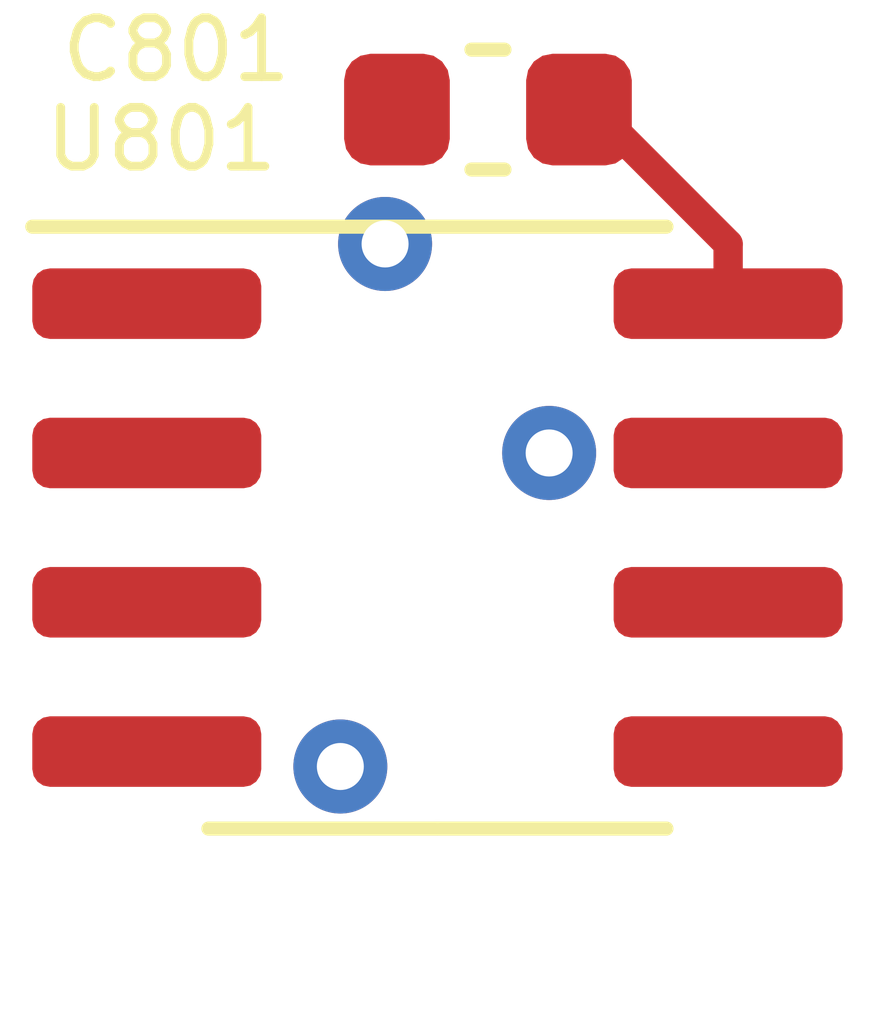
<source format=kicad_pcb>
(kicad_pcb (version 20221018) (generator pcbnew)
  (layers (0 "F.Cu" signal) (31 "B.Cu" signal) (34 "B.Paste" user) (35 "F.Paste" user) (36 "B.SilkS" user "B.Silkscreen") (37 "F.SilkS" user "F.Silkscreen") (38 "B.Mask" user) (39 "F.Mask" user) (44 "Edge.Cuts" user))
  (net 0 "")
  (net 1 "/GND")
  (net 2 "+5V")
  (net 3 "/A0")
  (net 4 "/A1")
  (net 5 "/A2")
  (net 6 "/SDA")
  (net 7 "/SCL")
  (footprint "Package_SO:SOIC-8_3.9x4.9mm_P1.27mm" (layer "F.Cu") (at 106.872 127)
    (fp_text reference "U801" (at -2.351 -3.302 unlocked) (layer "F.SilkS") (effects (font (size 0.5 0.5) (thickness 0.075))))
    (fp_text value "24LC256")
    (fp_line (start 0 -2.56) (end -3.45 -2.56) (stroke (width 0.12)) (layer "F.SilkS"))
    (fp_line (start 0 -2.56) (end 1.95 -2.56) (stroke (width 0.12)) (layer "F.SilkS"))
    (fp_line (start 0 2.56) (end -1.95 2.56) (stroke (width 0.12)) (layer "F.SilkS"))
    (fp_line (start 0 2.56) (end 1.95 2.56) (stroke (width 0.12)) (layer "F.SilkS"))
    (pad "1" smd roundrect (at -2.475 -1.905) (size 1.95 0.6) (layers "F.Cu" "F.Paste" "F.Mask") (net 3 "/A0"))
    (pad "2" smd roundrect (at -2.475 -0.635) (size 1.95 0.6) (layers "F.Cu" "F.Paste" "F.Mask") (net 4 "/A1"))
    (pad "3" smd roundrect (at -2.475 0.635) (size 1.95 0.6) (layers "F.Cu" "F.Paste" "F.Mask") (net 5 "/A2"))
    (pad "4" smd roundrect (at -2.475 1.905) (size 1.95 0.6) (layers "F.Cu" "F.Paste" "F.Mask") (net 1 "/GND"))
    (pad "5" smd roundrect (at 2.475 1.905) (size 1.95 0.6) (layers "F.Cu" "F.Paste" "F.Mask") (net 6 "/SDA"))
    (pad "6" smd roundrect (at 2.475 0.635) (size 1.95 0.6) (layers "F.Cu" "F.Paste" "F.Mask") (net 7 "/SCL"))
    (pad "7" smd roundrect (at 2.475 -0.635) (size 1.95 0.6) (layers "F.Cu" "F.Paste" "F.Mask") (net 1 "/GND"))
    (pad "8" smd roundrect (at 2.475 -1.905) (size 1.95 0.6) (layers "F.Cu" "F.Paste" "F.Mask") (net 2 "+5V"))
  )
  (footprint "Capacitor_SMD:C_0603_1608Metric" (layer "F.Cu") (at 107.302 123.444)
    (fp_text reference "C801" (at -2.654 -0.508 unlocked) (layer "F.SilkS") (effects (font (size 0.5 0.5) (thickness 0.075))))
    (fp_text value "100nF")
    (fp_line (start -0.14058 -0.51) (end 0.14058 -0.51) (stroke (width 0.12)) (layer "F.SilkS"))
    (fp_line (start -0.14058 0.51) (end 0.14058 0.51) (stroke (width 0.12)) (layer "F.SilkS"))
    (pad "1" smd roundrect (at -0.775 0) (size 0.9 0.95) (layers "F.Cu" "F.Paste" "F.Mask") (net 1 "/GND"))
    (pad "2" smd roundrect (at 0.775 0) (size 0.9 0.95) (layers "F.Cu" "F.Paste" "F.Mask") (net 2 "+5V"))
  )
  (via (at 107.823 126.365) (size 0.8) (drill 0.4) (layers "F.Cu" "B.Cu") (net 1))
  (via (at 106.045 129.032) (size 0.8) (drill 0.4) (layers "F.Cu" "B.Cu") (net 1))
  (via (at 106.426 124.587) (size 0.8) (drill 0.4) (layers "F.Cu" "B.Cu") (net 1))
  (segment (start 109.347 124.587) (end 109.347 125.095) (width 0.25) (layer "F.Cu") (net 2))
  (segment (start 108.204 123.444) (end 109.347 124.587) (width 0.25) (layer "F.Cu") (net 2))
  (segment (start 108.077 123.444) (end 108.204 123.444) (width 0.25) (layer "F.Cu") (net 2))
)
</source>
